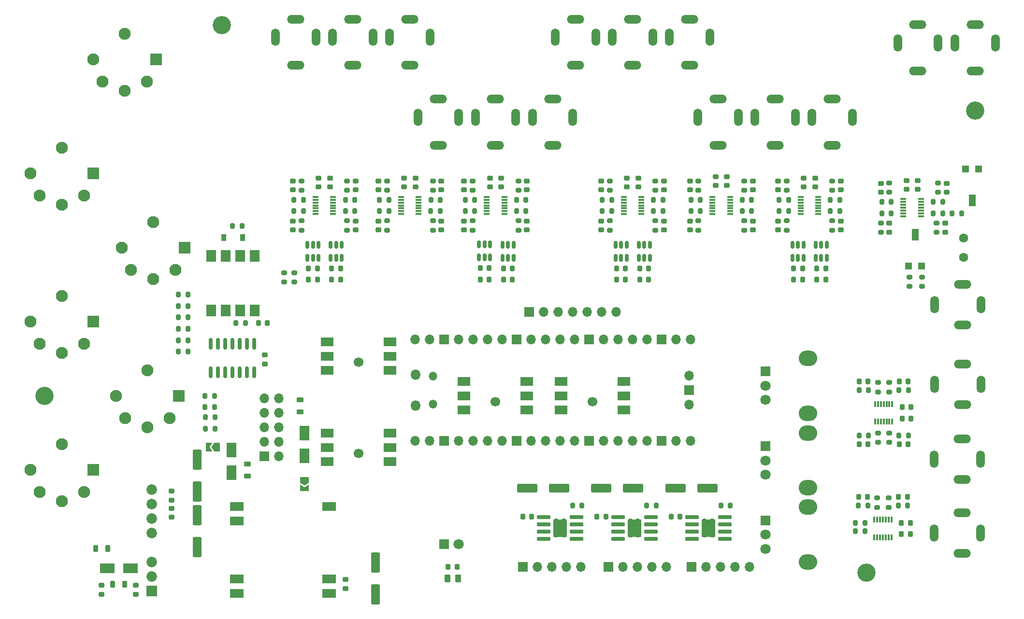
<source format=gbr>
%TF.GenerationSoftware,KiCad,Pcbnew,(7.0.0)*%
%TF.CreationDate,2023-04-14T17:54:00+02:00*%
%TF.ProjectId,multi-tool-midi-board,6d756c74-692d-4746-9f6f-6c2d6d696469,rev?*%
%TF.SameCoordinates,Original*%
%TF.FileFunction,Soldermask,Top*%
%TF.FilePolarity,Negative*%
%FSLAX46Y46*%
G04 Gerber Fmt 4.6, Leading zero omitted, Abs format (unit mm)*
G04 Created by KiCad (PCBNEW (7.0.0)) date 2023-04-14 17:54:00*
%MOMM*%
%LPD*%
G01*
G04 APERTURE LIST*
G04 Aperture macros list*
%AMRoundRect*
0 Rectangle with rounded corners*
0 $1 Rounding radius*
0 $2 $3 $4 $5 $6 $7 $8 $9 X,Y pos of 4 corners*
0 Add a 4 corners polygon primitive as box body*
4,1,4,$2,$3,$4,$5,$6,$7,$8,$9,$2,$3,0*
0 Add four circle primitives for the rounded corners*
1,1,$1+$1,$2,$3*
1,1,$1+$1,$4,$5*
1,1,$1+$1,$6,$7*
1,1,$1+$1,$8,$9*
0 Add four rect primitives between the rounded corners*
20,1,$1+$1,$2,$3,$4,$5,0*
20,1,$1+$1,$4,$5,$6,$7,0*
20,1,$1+$1,$6,$7,$8,$9,0*
20,1,$1+$1,$8,$9,$2,$3,0*%
%AMFreePoly0*
4,1,6,1.000000,0.000000,0.500000,-0.750000,-0.500000,-0.750000,-0.500000,0.750000,0.500000,0.750000,1.000000,0.000000,1.000000,0.000000,$1*%
%AMFreePoly1*
4,1,6,0.500000,-0.750000,-0.650000,-0.750000,-0.150000,0.000000,-0.650000,0.750000,0.500000,0.750000,0.500000,-0.750000,0.500000,-0.750000,$1*%
G04 Aperture macros list end*
%ADD10R,1.075000X0.300000*%
%ADD11RoundRect,0.250000X-1.500000X-0.550000X1.500000X-0.550000X1.500000X0.550000X-1.500000X0.550000X0*%
%ADD12RoundRect,0.225000X-0.225000X-0.250000X0.225000X-0.250000X0.225000X0.250000X-0.225000X0.250000X0*%
%ADD13RoundRect,0.200000X0.200000X0.275000X-0.200000X0.275000X-0.200000X-0.275000X0.200000X-0.275000X0*%
%ADD14RoundRect,0.200000X-0.200000X-0.275000X0.200000X-0.275000X0.200000X0.275000X-0.200000X0.275000X0*%
%ADD15O,1.508000X3.016000*%
%ADD16O,3.016000X1.508000*%
%ADD17RoundRect,0.200000X-0.275000X0.200000X-0.275000X-0.200000X0.275000X-0.200000X0.275000X0.200000X0*%
%ADD18RoundRect,0.200000X0.275000X-0.200000X0.275000X0.200000X-0.275000X0.200000X-0.275000X-0.200000X0*%
%ADD19R,1.700000X1.700000*%
%ADD20O,1.700000X1.700000*%
%ADD21RoundRect,0.225000X0.225000X0.250000X-0.225000X0.250000X-0.225000X-0.250000X0.225000X-0.250000X0*%
%ADD22R,1.800000X2.500000*%
%ADD23C,3.200000*%
%ADD24FreePoly0,180.000000*%
%ADD25FreePoly1,180.000000*%
%ADD26RoundRect,0.225000X0.250000X-0.225000X0.250000X0.225000X-0.250000X0.225000X-0.250000X-0.225000X0*%
%ADD27RoundRect,0.150000X0.150000X-0.512500X0.150000X0.512500X-0.150000X0.512500X-0.150000X-0.512500X0*%
%ADD28RoundRect,0.218750X-0.218750X-0.381250X0.218750X-0.381250X0.218750X0.381250X-0.218750X0.381250X0*%
%ADD29R,0.300000X1.075000*%
%ADD30RoundRect,0.218750X-0.381250X0.218750X-0.381250X-0.218750X0.381250X-0.218750X0.381250X0.218750X0*%
%ADD31R,2.100000X2.100000*%
%ADD32C,2.100000*%
%ADD33R,2.500000X1.800000*%
%ADD34RoundRect,0.225000X-0.250000X0.225000X-0.250000X-0.225000X0.250000X-0.225000X0.250000X0.225000X0*%
%ADD35RoundRect,0.250000X-0.262500X-0.450000X0.262500X-0.450000X0.262500X0.450000X-0.262500X0.450000X0*%
%ADD36R,2.450000X1.600000*%
%ADD37O,3.240000X2.720000*%
%ADD38R,1.800000X1.800000*%
%ADD39C,1.800000*%
%ADD40FreePoly0,270.000000*%
%ADD41FreePoly1,270.000000*%
%ADD42R,1.780000X2.000000*%
%ADD43C,1.600000*%
%ADD44R,2.400000X3.100000*%
%ADD45RoundRect,0.070000X1.100000X0.250000X-1.100000X0.250000X-1.100000X-0.250000X1.100000X-0.250000X0*%
%ADD46C,0.770000*%
%ADD47C,1.700000*%
%ADD48R,2.300000X1.600000*%
%ADD49RoundRect,0.218750X-0.218750X-0.256250X0.218750X-0.256250X0.218750X0.256250X-0.218750X0.256250X0*%
%ADD50RoundRect,0.150000X-0.150000X0.825000X-0.150000X-0.825000X0.150000X-0.825000X0.150000X0.825000X0*%
%ADD51RoundRect,0.250000X0.550000X-1.500000X0.550000X1.500000X-0.550000X1.500000X-0.550000X-1.500000X0*%
%ADD52R,1.300000X1.300000*%
%ADD53R,1.300000X2.000000*%
%ADD54RoundRect,0.250000X-0.550000X1.500000X-0.550000X-1.500000X0.550000X-1.500000X0.550000X1.500000X0*%
%ADD55R,0.900000X1.200000*%
%ADD56R,1.850000X1.850000*%
%ADD57C,1.850000*%
%ADD58O,1.800000X1.800000*%
%ADD59O,1.500000X1.500000*%
G04 APERTURE END LIST*
D10*
%TO.C,U17*%
X93461999Y-59124999D03*
X93461999Y-59624999D03*
X93461999Y-60124999D03*
X93461999Y-60624999D03*
X93461999Y-61124999D03*
X93461999Y-61624999D03*
X93461999Y-62124999D03*
X96537999Y-62124999D03*
X96537999Y-61624999D03*
X96537999Y-61124999D03*
X96537999Y-60624999D03*
X96537999Y-60124999D03*
X96537999Y-59624999D03*
X96537999Y-59124999D03*
%TD*%
D11*
%TO.C,C46*%
X128510000Y-110200000D03*
X134110000Y-110200000D03*
%TD*%
D12*
%TO.C,C59*%
X181225000Y-96000000D03*
X182775000Y-96000000D03*
%TD*%
D13*
%TO.C,R66*%
X182200000Y-113250000D03*
X180550000Y-113250000D03*
%TD*%
D14*
%TO.C,R14*%
X83675000Y-59625000D03*
X85325000Y-59625000D03*
%TD*%
D15*
%TO.C,J11*%
X172549999Y-45149999D03*
D16*
X168999999Y-41949999D03*
D15*
X165449999Y-45149999D03*
D16*
X168999999Y-50049999D03*
%TD*%
D17*
%TO.C,R24*%
X106000000Y-56300000D03*
X106000000Y-57950000D03*
%TD*%
D18*
%TO.C,R11*%
X138000000Y-64950000D03*
X138000000Y-63300000D03*
%TD*%
D19*
%TO.C,J1*%
X115919999Y-79249999D03*
D20*
X118459999Y-79249999D03*
X120999999Y-79249999D03*
X123539999Y-79249999D03*
X126079999Y-79249999D03*
X128619999Y-79249999D03*
X131159999Y-79249999D03*
%TD*%
D21*
%TO.C,C1*%
X78785000Y-71625000D03*
X77235000Y-71625000D03*
%TD*%
D18*
%TO.C,R59*%
X177000000Y-93325000D03*
X177000000Y-91675000D03*
%TD*%
D22*
%TO.C,D4*%
X63749999Y-107499999D03*
X63749999Y-103499999D03*
%TD*%
D23*
%TO.C,REF\u002A\u002A*%
X62000000Y-29000000D03*
%TD*%
D10*
%TO.C,U12*%
X108461999Y-59124999D03*
X108461999Y-59624999D03*
X108461999Y-60124999D03*
X108461999Y-60624999D03*
X108461999Y-61124999D03*
X108461999Y-61624999D03*
X108461999Y-62124999D03*
X111537999Y-62124999D03*
X111537999Y-61624999D03*
X111537999Y-61124999D03*
X111537999Y-60624999D03*
X111537999Y-60124999D03*
X111537999Y-59624999D03*
X111537999Y-59124999D03*
%TD*%
D21*
%TO.C,C68*%
X175150000Y-111750000D03*
X173600000Y-111750000D03*
%TD*%
%TO.C,C8*%
X136839464Y-73625000D03*
X135289464Y-73625000D03*
%TD*%
D24*
%TO.C,JP2*%
X61225000Y-103000000D03*
D25*
X59775000Y-103000000D03*
%TD*%
D26*
%TO.C,C71*%
X181990000Y-57775000D03*
X181990000Y-56225000D03*
%TD*%
D27*
%TO.C,U3*%
X81124464Y-69762500D03*
X82074464Y-69762500D03*
X83024464Y-69762500D03*
X83024464Y-67487500D03*
X82074464Y-67487500D03*
X81124464Y-67487500D03*
%TD*%
D21*
%TO.C,C5*%
X78785000Y-73625000D03*
X77235000Y-73625000D03*
%TD*%
%TO.C,C60*%
X182775000Y-98000000D03*
X181225000Y-98000000D03*
%TD*%
D17*
%TO.C,R49*%
X145550000Y-56300000D03*
X145550000Y-57950000D03*
%TD*%
D19*
%TO.C,J18*%
X129779999Y-123999999D03*
D20*
X132319999Y-123999999D03*
X134859999Y-123999999D03*
X137399999Y-123999999D03*
X139939999Y-123999999D03*
%TD*%
D21*
%TO.C,C62*%
X175275000Y-102500000D03*
X173725000Y-102500000D03*
%TD*%
D26*
%TO.C,C79*%
X53250000Y-115275000D03*
X53250000Y-113725000D03*
%TD*%
D27*
%TO.C,U7*%
X111239464Y-69762500D03*
X112189464Y-69762500D03*
X113139464Y-69762500D03*
X113139464Y-67487500D03*
X112189464Y-67487500D03*
X111239464Y-67487500D03*
%TD*%
D21*
%TO.C,C66*%
X182650000Y-118250000D03*
X181100000Y-118250000D03*
%TD*%
D11*
%TO.C,C44*%
X141510000Y-110200000D03*
X147110000Y-110200000D03*
%TD*%
D13*
%TO.C,R28*%
X106325000Y-61625000D03*
X104675000Y-61625000D03*
%TD*%
D21*
%TO.C,C2*%
X82849464Y-71625000D03*
X81299464Y-71625000D03*
%TD*%
D28*
%TO.C,FB1*%
X39937500Y-120750000D03*
X42062500Y-120750000D03*
%TD*%
D18*
%TO.C,R90*%
X177500000Y-65325000D03*
X177500000Y-63675000D03*
%TD*%
D17*
%TO.C,R41*%
X91000000Y-56300000D03*
X91000000Y-57950000D03*
%TD*%
D13*
%TO.C,R65*%
X174700000Y-116250000D03*
X173050000Y-116250000D03*
%TD*%
D12*
%TO.C,C64*%
X180725000Y-102500000D03*
X182275000Y-102500000D03*
%TD*%
D23*
%TO.C,REF\u002A\u002A*%
X31000000Y-94000000D03*
%TD*%
D21*
%TO.C,C43*%
X129310000Y-115200000D03*
X127760000Y-115200000D03*
%TD*%
D26*
%TO.C,C19*%
X133000000Y-57400000D03*
X133000000Y-55850000D03*
%TD*%
D21*
%TO.C,C13*%
X108850000Y-73587500D03*
X107300000Y-73587500D03*
%TD*%
D29*
%TO.C,U20*%
X179374999Y-115711999D03*
X178874999Y-115711999D03*
X178374999Y-115711999D03*
X177874999Y-115711999D03*
X177374999Y-115711999D03*
X176874999Y-115711999D03*
X176374999Y-115711999D03*
X176374999Y-118787999D03*
X176874999Y-118787999D03*
X177374999Y-118787999D03*
X177874999Y-118787999D03*
X178374999Y-118787999D03*
X178874999Y-118787999D03*
X179374999Y-118787999D03*
%TD*%
D13*
%TO.C,R64*%
X174700000Y-117750000D03*
X173050000Y-117750000D03*
%TD*%
D26*
%TO.C,C58*%
X155050000Y-57900000D03*
X155050000Y-56350000D03*
%TD*%
D14*
%TO.C,R44*%
X98675000Y-59625000D03*
X100325000Y-59625000D03*
%TD*%
D30*
%TO.C,FB2*%
X75750000Y-94687500D03*
X75750000Y-96812500D03*
%TD*%
D31*
%TO.C,J27*%
X54499999Y-93999999D03*
D32*
X49000000Y-99500000D03*
X43500000Y-94000000D03*
X52890000Y-97890000D03*
X45110000Y-97890000D03*
X49000000Y-89500000D03*
%TD*%
D13*
%TO.C,R22*%
X161325000Y-59625000D03*
X159675000Y-59625000D03*
%TD*%
D14*
%TO.C,R61*%
X173675000Y-93000000D03*
X175325000Y-93000000D03*
%TD*%
D18*
%TO.C,R63*%
X178875000Y-113575000D03*
X178875000Y-111925000D03*
%TD*%
D15*
%TO.C,J12*%
X162549999Y-45149999D03*
D16*
X158999999Y-41949999D03*
D15*
X155449999Y-45149999D03*
D16*
X158999999Y-50049999D03*
%TD*%
D26*
%TO.C,C29*%
X109000000Y-57400000D03*
X109000000Y-55850000D03*
%TD*%
D16*
%TO.C,J15*%
X191749999Y-108649999D03*
D15*
X194949999Y-105099999D03*
D16*
X191749999Y-101549999D03*
D15*
X186849999Y-105099999D03*
%TD*%
D33*
%TO.C,D2*%
X41999999Y-124249999D03*
X45999999Y-124249999D03*
%TD*%
D12*
%TO.C,C61*%
X180725000Y-91500000D03*
X182275000Y-91500000D03*
%TD*%
D10*
%TO.C,U18*%
X148011999Y-59124999D03*
X148011999Y-59624999D03*
X148011999Y-60124999D03*
X148011999Y-60624999D03*
X148011999Y-61124999D03*
X148011999Y-61624999D03*
X148011999Y-62124999D03*
X151087999Y-62124999D03*
X151087999Y-61624999D03*
X151087999Y-61124999D03*
X151087999Y-60624999D03*
X151087999Y-60124999D03*
X151087999Y-59624999D03*
X151087999Y-59124999D03*
%TD*%
D34*
%TO.C,C72*%
X183990000Y-56225000D03*
X183990000Y-57775000D03*
%TD*%
D17*
%TO.C,R91*%
X187500000Y-56675000D03*
X187500000Y-58325000D03*
%TD*%
D22*
%TO.C,D3*%
X76499999Y-104499999D03*
X76499999Y-100499999D03*
%TD*%
D15*
%TO.C,J5*%
X123549999Y-45149999D03*
D16*
X119999999Y-41949999D03*
D15*
X116449999Y-45149999D03*
D16*
X119999999Y-50049999D03*
%TD*%
D17*
%TO.C,R9*%
X130000000Y-56300000D03*
X130000000Y-57950000D03*
%TD*%
D18*
%TO.C,R86*%
X184720000Y-74825000D03*
X184720000Y-73175000D03*
%TD*%
D16*
%TO.C,J16*%
X191749999Y-121649999D03*
D15*
X194949999Y-118099999D03*
D16*
X191749999Y-114549999D03*
D15*
X186849999Y-118099999D03*
%TD*%
D16*
%TO.C,J22*%
X191849999Y-81549999D03*
D15*
X195049999Y-77999999D03*
D16*
X191849999Y-74449999D03*
D15*
X186949999Y-77999999D03*
%TD*%
D34*
%TO.C,C54*%
X150550000Y-55575000D03*
X150550000Y-57125000D03*
%TD*%
D10*
%TO.C,U11*%
X132461999Y-59124999D03*
X132461999Y-59624999D03*
X132461999Y-60124999D03*
X132461999Y-60624999D03*
X132461999Y-61124999D03*
X132461999Y-61624999D03*
X132461999Y-62124999D03*
X135537999Y-62124999D03*
X135537999Y-61624999D03*
X135537999Y-61124999D03*
X135537999Y-60624999D03*
X135537999Y-60124999D03*
X135537999Y-59624999D03*
X135537999Y-59124999D03*
%TD*%
D34*
%TO.C,C26*%
X128500000Y-63350000D03*
X128500000Y-64900000D03*
%TD*%
D17*
%TO.C,R26*%
X161000000Y-56300000D03*
X161000000Y-57950000D03*
%TD*%
D26*
%TO.C,C52*%
X100500000Y-57900000D03*
X100500000Y-56350000D03*
%TD*%
D35*
%TO.C,R92*%
X101587500Y-126000000D03*
X103412500Y-126000000D03*
%TD*%
D21*
%TO.C,C6*%
X82849464Y-73625000D03*
X81299464Y-73625000D03*
%TD*%
D14*
%TO.C,R52*%
X153225000Y-59625000D03*
X154875000Y-59625000D03*
%TD*%
D36*
%TO.C,U24*%
X64674999Y-113379999D03*
X64674999Y-115919999D03*
X64674999Y-126079999D03*
X64674999Y-128619999D03*
X80824999Y-128619999D03*
X80824999Y-126079999D03*
X80824999Y-113379999D03*
%TD*%
D12*
%TO.C,C67*%
X180600000Y-111750000D03*
X182150000Y-111750000D03*
%TD*%
D16*
%TO.C,J14*%
X191849999Y-95549999D03*
D15*
X195049999Y-91999999D03*
D16*
X191849999Y-88449999D03*
D15*
X186949999Y-91999999D03*
%TD*%
D21*
%TO.C,C16*%
X167839464Y-73625000D03*
X166289464Y-73625000D03*
%TD*%
D37*
%TO.C,RV5*%
X164774999Y-113532499D03*
X164774999Y-123132499D03*
D38*
X157274999Y-115832499D03*
D39*
X157275000Y-118332500D03*
X157275000Y-120832500D03*
%TD*%
D21*
%TO.C,C10*%
X112964464Y-71625000D03*
X111414464Y-71625000D03*
%TD*%
D26*
%TO.C,C69*%
X69615000Y-88410000D03*
X69615000Y-86860000D03*
%TD*%
D31*
%TO.C,J23*%
X50499999Y-34999999D03*
D32*
X45000000Y-40500000D03*
X39500000Y-35000000D03*
X48890000Y-38890000D03*
X41110000Y-38890000D03*
X45000000Y-30500000D03*
%TD*%
D34*
%TO.C,C51*%
X89500000Y-63350000D03*
X89500000Y-64900000D03*
%TD*%
D40*
%TO.C,JP1*%
X76500000Y-108775000D03*
D41*
X76500000Y-110225000D03*
%TD*%
D13*
%TO.C,R51*%
X145875000Y-61625000D03*
X144225000Y-61625000D03*
%TD*%
D15*
%TO.C,J10*%
X127549999Y-31149999D03*
D16*
X123999999Y-27949999D03*
D15*
X120449999Y-31149999D03*
D16*
X123999999Y-36049999D03*
%TD*%
D15*
%TO.C,J13*%
X152549999Y-45149999D03*
D16*
X148999999Y-41949999D03*
D15*
X145449999Y-45149999D03*
D16*
X148999999Y-50049999D03*
%TD*%
D18*
%TO.C,R27*%
X169000000Y-64950000D03*
X169000000Y-63300000D03*
%TD*%
%TO.C,R85*%
X187250000Y-65325000D03*
X187250000Y-63675000D03*
%TD*%
%TO.C,R42*%
X99000000Y-64950000D03*
X99000000Y-63300000D03*
%TD*%
D13*
%TO.C,R80*%
X60825000Y-99750000D03*
X59175000Y-99750000D03*
%TD*%
D34*
%TO.C,C32*%
X166000000Y-55850000D03*
X166000000Y-57400000D03*
%TD*%
D18*
%TO.C,R10*%
X84000000Y-64950000D03*
X84000000Y-63300000D03*
%TD*%
D42*
%TO.C,U22*%
X67809999Y-69484999D03*
X65269999Y-69484999D03*
X62729999Y-69484999D03*
X60189999Y-69484999D03*
X60189999Y-79014999D03*
X62729999Y-79014999D03*
X65269999Y-79014999D03*
X67809999Y-79014999D03*
%TD*%
D15*
%TO.C,J3*%
X88539999Y-31149999D03*
D16*
X84989999Y-27949999D03*
D15*
X81439999Y-31149999D03*
D16*
X84989999Y-36049999D03*
%TD*%
D34*
%TO.C,C74*%
X188750000Y-63725000D03*
X188750000Y-65275000D03*
%TD*%
D26*
%TO.C,C55*%
X144050000Y-57900000D03*
X144050000Y-56350000D03*
%TD*%
%TO.C,C40*%
X170490000Y-57900000D03*
X170490000Y-56350000D03*
%TD*%
D38*
%TO.C,D5*%
X100999999Y-119999999D03*
D39*
X103540000Y-120000000D03*
%TD*%
D26*
%TO.C,C21*%
X74500000Y-57900000D03*
X74500000Y-56350000D03*
%TD*%
D13*
%TO.C,R69*%
X65575000Y-64250000D03*
X63925000Y-64250000D03*
%TD*%
D15*
%TO.C,J8*%
X147549999Y-31149999D03*
D16*
X143999999Y-27949999D03*
D15*
X140449999Y-31149999D03*
D16*
X143999999Y-36049999D03*
%TD*%
D18*
%TO.C,R55*%
X179000000Y-93325000D03*
X179000000Y-91675000D03*
%TD*%
D26*
%TO.C,C49*%
X89500000Y-57900000D03*
X89500000Y-56350000D03*
%TD*%
D10*
%TO.C,U13*%
X163461999Y-59124999D03*
X163461999Y-59624999D03*
X163461999Y-60124999D03*
X163461999Y-60624999D03*
X163461999Y-61124999D03*
X163461999Y-61624999D03*
X163461999Y-62124999D03*
X166537999Y-62124999D03*
X166537999Y-61624999D03*
X166537999Y-61124999D03*
X166537999Y-60624999D03*
X166537999Y-60124999D03*
X166537999Y-59624999D03*
X166537999Y-59124999D03*
%TD*%
D17*
%TO.C,R19*%
X137977500Y-56300000D03*
X137977500Y-57950000D03*
%TD*%
D15*
%TO.C,J20*%
X197549999Y-32149999D03*
D16*
X193999999Y-28949999D03*
D15*
X190449999Y-32149999D03*
D16*
X193999999Y-37049999D03*
%TD*%
D34*
%TO.C,C48*%
X95950000Y-55850000D03*
X95950000Y-57400000D03*
%TD*%
D14*
%TO.C,R89*%
X186675000Y-60000000D03*
X188325000Y-60000000D03*
%TD*%
D15*
%TO.C,J21*%
X187549999Y-32149999D03*
D16*
X183999999Y-28949999D03*
D15*
X180449999Y-32149999D03*
D16*
X183999999Y-37049999D03*
%TD*%
D26*
%TO.C,C31*%
X164000000Y-57400000D03*
X164000000Y-55850000D03*
%TD*%
D27*
%TO.C,U5*%
X135114464Y-69762500D03*
X136064464Y-69762500D03*
X137014464Y-69762500D03*
X137014464Y-67487500D03*
X136064464Y-67487500D03*
X135114464Y-67487500D03*
%TD*%
D26*
%TO.C,C35*%
X159500000Y-57900000D03*
X159500000Y-56350000D03*
%TD*%
D18*
%TO.C,R50*%
X153550000Y-64950000D03*
X153550000Y-63300000D03*
%TD*%
D26*
%TO.C,C33*%
X104500000Y-57900000D03*
X104500000Y-56350000D03*
%TD*%
D14*
%TO.C,R74*%
X59175000Y-97750000D03*
X60825000Y-97750000D03*
%TD*%
D15*
%TO.C,J7*%
X103549999Y-45149999D03*
D16*
X99999999Y-41949999D03*
D15*
X96449999Y-45149999D03*
D16*
X99999999Y-50049999D03*
%TD*%
D13*
%TO.C,R62*%
X182325000Y-101000000D03*
X180675000Y-101000000D03*
%TD*%
D18*
%TO.C,R16*%
X76000000Y-64950000D03*
X76000000Y-63300000D03*
%TD*%
D34*
%TO.C,C56*%
X155050000Y-63350000D03*
X155050000Y-64900000D03*
%TD*%
D43*
%TO.C,R1*%
X192000000Y-69700000D03*
X192000000Y-66300000D03*
%TD*%
D21*
%TO.C,C12*%
X167839464Y-71625000D03*
X166289464Y-71625000D03*
%TD*%
D13*
%TO.C,R38*%
X151135000Y-113200000D03*
X149485000Y-113200000D03*
%TD*%
%TO.C,R47*%
X145875000Y-59625000D03*
X144225000Y-59625000D03*
%TD*%
D44*
%TO.C,U14*%
X121309999Y-117199999D03*
D45*
X124185000Y-119105000D03*
X124185000Y-117835000D03*
X124185000Y-116565000D03*
X124185000Y-115295000D03*
X118435000Y-115295000D03*
X118435000Y-116565000D03*
X118435000Y-117835000D03*
X118435000Y-119105000D03*
D46*
X121960000Y-115900000D03*
X121960000Y-118500000D03*
X121960000Y-117200000D03*
X120660000Y-117200000D03*
X120660000Y-118500000D03*
X120660000Y-115900000D03*
%TD*%
D21*
%TO.C,C7*%
X132775000Y-73625000D03*
X131225000Y-73625000D03*
%TD*%
D17*
%TO.C,R46*%
X99000000Y-56300000D03*
X99000000Y-57950000D03*
%TD*%
%TO.C,R60*%
X179000000Y-100500000D03*
X179000000Y-102150000D03*
%TD*%
D27*
%TO.C,U6*%
X107125000Y-69725000D03*
X108075000Y-69725000D03*
X109025000Y-69725000D03*
X109025000Y-67450000D03*
X108075000Y-67450000D03*
X107125000Y-67450000D03*
%TD*%
%TO.C,U2*%
X77060000Y-69762500D03*
X78010000Y-69762500D03*
X78960000Y-69762500D03*
X78960000Y-67487500D03*
X78010000Y-67487500D03*
X77060000Y-67487500D03*
%TD*%
D31*
%TO.C,J24*%
X55499999Y-67999999D03*
D32*
X50000000Y-73500000D03*
X44500000Y-68000000D03*
X53890000Y-71890000D03*
X46110000Y-71890000D03*
X50000000Y-63500000D03*
%TD*%
D13*
%TO.C,R78*%
X56075000Y-86250000D03*
X54425000Y-86250000D03*
%TD*%
%TO.C,R79*%
X60750000Y-96000000D03*
X59100000Y-96000000D03*
%TD*%
D14*
%TO.C,R6*%
X83675000Y-61625000D03*
X85325000Y-61625000D03*
%TD*%
%TO.C,R7*%
X137675000Y-61625000D03*
X139325000Y-61625000D03*
%TD*%
D21*
%TO.C,C15*%
X163775000Y-73625000D03*
X162225000Y-73625000D03*
%TD*%
D27*
%TO.C,U4*%
X131050000Y-69762500D03*
X132000000Y-69762500D03*
X132950000Y-69762500D03*
X132950000Y-67487500D03*
X132000000Y-67487500D03*
X131050000Y-67487500D03*
%TD*%
D14*
%TO.C,R40*%
X98625000Y-61625000D03*
X100275000Y-61625000D03*
%TD*%
D47*
%TO.C,S1*%
X86000000Y-88056425D03*
D48*
X80499999Y-84556424D03*
X80499999Y-87056424D03*
X80499999Y-89556424D03*
X91499999Y-89556424D03*
X91499999Y-87056424D03*
X91499999Y-84556424D03*
%TD*%
D21*
%TO.C,C11*%
X163775000Y-71625000D03*
X162225000Y-71625000D03*
%TD*%
D19*
%TO.C,J19*%
X144319999Y-123999999D03*
D20*
X146859999Y-123999999D03*
X149399999Y-123999999D03*
X151939999Y-123999999D03*
X154479999Y-123999999D03*
%TD*%
D15*
%TO.C,J4*%
X78549999Y-31149999D03*
D16*
X74999999Y-27949999D03*
D15*
X71449999Y-31149999D03*
D16*
X74999999Y-36049999D03*
%TD*%
D14*
%TO.C,R29*%
X113675000Y-59625000D03*
X115325000Y-59625000D03*
%TD*%
D17*
%TO.C,R33*%
X113990000Y-56300000D03*
X113990000Y-57950000D03*
%TD*%
D34*
%TO.C,C20*%
X135000000Y-55850000D03*
X135000000Y-57400000D03*
%TD*%
D14*
%TO.C,R72*%
X54425000Y-84250000D03*
X56075000Y-84250000D03*
%TD*%
D13*
%TO.C,R57*%
X182325000Y-93000000D03*
X180675000Y-93000000D03*
%TD*%
D44*
%TO.C,U15*%
X134309999Y-117199999D03*
D45*
X137185000Y-119105000D03*
X137185000Y-117835000D03*
X137185000Y-116565000D03*
X137185000Y-115295000D03*
X131435000Y-115295000D03*
X131435000Y-116565000D03*
X131435000Y-117835000D03*
X131435000Y-119105000D03*
D46*
X134960000Y-117200000D03*
X133660000Y-117200000D03*
X133660000Y-118500000D03*
X133660000Y-115900000D03*
X134960000Y-115900000D03*
X134960000Y-118500000D03*
%TD*%
D34*
%TO.C,C36*%
X170500000Y-63350000D03*
X170500000Y-64900000D03*
%TD*%
D21*
%TO.C,C63*%
X175275000Y-91500000D03*
X173725000Y-91500000D03*
%TD*%
D49*
%TO.C,D6*%
X101675000Y-124000000D03*
X103250000Y-124000000D03*
%TD*%
D26*
%TO.C,C47*%
X93950000Y-57400000D03*
X93950000Y-55850000D03*
%TD*%
D47*
%TO.C,S3*%
X110000000Y-95000000D03*
D48*
X104499999Y-91499999D03*
X104499999Y-93999999D03*
X104499999Y-96499999D03*
X115499999Y-96499999D03*
X115499999Y-93999999D03*
X115499999Y-91499999D03*
%TD*%
D17*
%TO.C,R8*%
X76000000Y-56300000D03*
X76000000Y-57950000D03*
%TD*%
D21*
%TO.C,C45*%
X142310000Y-115200000D03*
X140760000Y-115200000D03*
%TD*%
D11*
%TO.C,C42*%
X115510000Y-110200000D03*
X121110000Y-110200000D03*
%TD*%
D26*
%TO.C,C22*%
X128500000Y-57900000D03*
X128500000Y-56350000D03*
%TD*%
D13*
%TO.C,R37*%
X138135000Y-113200000D03*
X136485000Y-113200000D03*
%TD*%
%TO.C,R43*%
X91325000Y-61625000D03*
X89675000Y-61625000D03*
%TD*%
D34*
%TO.C,C18*%
X81000000Y-55850000D03*
X81000000Y-57400000D03*
%TD*%
D26*
%TO.C,C76*%
X189000000Y-58275000D03*
X189000000Y-56725000D03*
%TD*%
D30*
%TO.C,FB3*%
X66500000Y-105937500D03*
X66500000Y-108062500D03*
%TD*%
D14*
%TO.C,R58*%
X173675000Y-101000000D03*
X175325000Y-101000000D03*
%TD*%
D13*
%TO.C,R76*%
X56075000Y-78250000D03*
X54425000Y-78250000D03*
%TD*%
D14*
%TO.C,R75*%
X64532500Y-81250000D03*
X66182500Y-81250000D03*
%TD*%
D34*
%TO.C,C23*%
X85500000Y-63350000D03*
X85500000Y-64900000D03*
%TD*%
D10*
%TO.C,U23*%
X181461999Y-59499999D03*
X181461999Y-59999999D03*
X181461999Y-60499999D03*
X181461999Y-60999999D03*
X181461999Y-61499999D03*
X181461999Y-61999999D03*
X181461999Y-62499999D03*
X184537999Y-62499999D03*
X184537999Y-61999999D03*
X184537999Y-61499999D03*
X184537999Y-60999999D03*
X184537999Y-60499999D03*
X184537999Y-59999999D03*
X184537999Y-59499999D03*
%TD*%
D13*
%TO.C,R12*%
X76325000Y-61625000D03*
X74675000Y-61625000D03*
%TD*%
D18*
%TO.C,R17*%
X130000000Y-64950000D03*
X130000000Y-63300000D03*
%TD*%
D14*
%TO.C,R73*%
X59100000Y-94000000D03*
X60750000Y-94000000D03*
%TD*%
D34*
%TO.C,C77*%
X41000000Y-127225000D03*
X41000000Y-128775000D03*
%TD*%
D26*
%TO.C,C38*%
X115490000Y-57900000D03*
X115490000Y-56350000D03*
%TD*%
D34*
%TO.C,C57*%
X144050000Y-63350000D03*
X144050000Y-64900000D03*
%TD*%
D14*
%TO.C,R23*%
X168675000Y-61625000D03*
X170325000Y-61625000D03*
%TD*%
D10*
%TO.C,U10*%
X78461999Y-59124999D03*
X78461999Y-59624999D03*
X78461999Y-60124999D03*
X78461999Y-60624999D03*
X78461999Y-61124999D03*
X78461999Y-61624999D03*
X78461999Y-62124999D03*
X81537999Y-62124999D03*
X81537999Y-61624999D03*
X81537999Y-61124999D03*
X81537999Y-60624999D03*
X81537999Y-60124999D03*
X81537999Y-59624999D03*
X81537999Y-59124999D03*
%TD*%
D34*
%TO.C,C78*%
X47000000Y-127225000D03*
X47000000Y-128775000D03*
%TD*%
D14*
%TO.C,R15*%
X137675000Y-59625000D03*
X139325000Y-59625000D03*
%TD*%
%TO.C,R21*%
X113675000Y-61625000D03*
X115325000Y-61625000D03*
%TD*%
D21*
%TO.C,C41*%
X116310000Y-115200000D03*
X114760000Y-115200000D03*
%TD*%
D14*
%TO.C,R71*%
X54425000Y-80250000D03*
X56075000Y-80250000D03*
%TD*%
D27*
%TO.C,U8*%
X162050000Y-69762500D03*
X163000000Y-69762500D03*
X163950000Y-69762500D03*
X163950000Y-67487500D03*
X163000000Y-67487500D03*
X162050000Y-67487500D03*
%TD*%
D34*
%TO.C,C80*%
X53250000Y-110725000D03*
X53250000Y-112275000D03*
%TD*%
%TO.C,C25*%
X74500000Y-63350000D03*
X74500000Y-64900000D03*
%TD*%
D14*
%TO.C,R83*%
X186675000Y-62000000D03*
X188325000Y-62000000D03*
%TD*%
D26*
%TO.C,C73*%
X177500000Y-58275000D03*
X177500000Y-56725000D03*
%TD*%
D12*
%TO.C,C70*%
X68475000Y-81250000D03*
X70025000Y-81250000D03*
%TD*%
D34*
%TO.C,C50*%
X100500000Y-63350000D03*
X100500000Y-64900000D03*
%TD*%
D13*
%TO.C,R77*%
X56075000Y-82250000D03*
X54425000Y-82250000D03*
%TD*%
D17*
%TO.C,R84*%
X179000000Y-56675000D03*
X179000000Y-58325000D03*
%TD*%
D14*
%TO.C,R81*%
X190000000Y-62000000D03*
X191650000Y-62000000D03*
%TD*%
D21*
%TO.C,C14*%
X112964464Y-73625000D03*
X111414464Y-73625000D03*
%TD*%
D34*
%TO.C,C37*%
X104500000Y-63350000D03*
X104500000Y-64900000D03*
%TD*%
D14*
%TO.C,R48*%
X153225000Y-61625000D03*
X154875000Y-61625000D03*
%TD*%
D13*
%TO.C,R82*%
X179325000Y-60000000D03*
X177675000Y-60000000D03*
%TD*%
D17*
%TO.C,R54*%
X153550000Y-56300000D03*
X153550000Y-57950000D03*
%TD*%
D18*
%TO.C,R45*%
X91000000Y-64950000D03*
X91000000Y-63300000D03*
%TD*%
D19*
%TO.C,J17*%
X114784999Y-123999999D03*
D20*
X117324999Y-123999999D03*
X119864999Y-123999999D03*
X122404999Y-123999999D03*
X124944999Y-123999999D03*
%TD*%
D31*
%TO.C,J26*%
X39499999Y-80999999D03*
D32*
X34000000Y-86500000D03*
X28500000Y-81000000D03*
X37890000Y-84890000D03*
X30110000Y-84890000D03*
X34000000Y-76500000D03*
%TD*%
D13*
%TO.C,R5*%
X130325000Y-59625000D03*
X128675000Y-59625000D03*
%TD*%
D47*
%TO.C,S2*%
X86000000Y-104056425D03*
D48*
X80499999Y-100556424D03*
X80499999Y-103056424D03*
X80499999Y-105556424D03*
X91499999Y-105556424D03*
X91499999Y-103056424D03*
X91499999Y-100556424D03*
%TD*%
D17*
%TO.C,R18*%
X83962000Y-56300000D03*
X83962000Y-57950000D03*
%TD*%
D21*
%TO.C,C3*%
X132775000Y-71625000D03*
X131225000Y-71625000D03*
%TD*%
D18*
%TO.C,R87*%
X182500000Y-74825000D03*
X182500000Y-73175000D03*
%TD*%
D23*
%TO.C,REF\u002A\u002A*%
X194000000Y-44000000D03*
%TD*%
D18*
%TO.C,R34*%
X161000000Y-64950000D03*
X161000000Y-63300000D03*
%TD*%
D13*
%TO.C,R88*%
X179325000Y-62000000D03*
X177675000Y-62000000D03*
%TD*%
D12*
%TO.C,C65*%
X181100000Y-116250000D03*
X182650000Y-116250000D03*
%TD*%
D50*
%TO.C,U21*%
X67675000Y-84910000D03*
X66405000Y-84910000D03*
X65135000Y-84910000D03*
X63865000Y-84910000D03*
X62595000Y-84910000D03*
X61325000Y-84910000D03*
X60055000Y-84910000D03*
X60055000Y-89860000D03*
X61325000Y-89860000D03*
X62595000Y-89860000D03*
X63865000Y-89860000D03*
X65135000Y-89860000D03*
X66405000Y-89860000D03*
X67675000Y-89860000D03*
%TD*%
D14*
%TO.C,R70*%
X54425000Y-76250000D03*
X56075000Y-76250000D03*
%TD*%
D15*
%TO.C,J2*%
X98549999Y-31149999D03*
D16*
X94999999Y-27949999D03*
D15*
X91449999Y-31149999D03*
D16*
X94999999Y-36049999D03*
%TD*%
D37*
%TO.C,RV3*%
X164774999Y-97032499D03*
X164774999Y-87432499D03*
D38*
X157274999Y-89732499D03*
D39*
X157275000Y-92232500D03*
X157275000Y-94732500D03*
%TD*%
D31*
%TO.C,J25*%
X39508357Y-54999999D03*
D32*
X34008358Y-60500000D03*
X28508358Y-55000000D03*
X37898358Y-58890000D03*
X30118358Y-58890000D03*
X34008358Y-50500000D03*
%TD*%
D29*
%TO.C,U19*%
X179499999Y-95461999D03*
X178999999Y-95461999D03*
X178499999Y-95461999D03*
X177999999Y-95461999D03*
X177499999Y-95461999D03*
X176999999Y-95461999D03*
X176499999Y-95461999D03*
X176499999Y-98537999D03*
X176999999Y-98537999D03*
X177499999Y-98537999D03*
X177999999Y-98537999D03*
X178499999Y-98537999D03*
X178999999Y-98537999D03*
X179499999Y-98537999D03*
%TD*%
D26*
%TO.C,C53*%
X148550000Y-57125000D03*
X148550000Y-55575000D03*
%TD*%
D18*
%TO.C,R67*%
X176875000Y-113575000D03*
X176875000Y-111925000D03*
%TD*%
D13*
%TO.C,R30*%
X161325000Y-61625000D03*
X159675000Y-61625000D03*
%TD*%
%TO.C,R13*%
X130325000Y-61625000D03*
X128675000Y-61625000D03*
%TD*%
D27*
%TO.C,U9*%
X166114464Y-69762500D03*
X167064464Y-69762500D03*
X168014464Y-69762500D03*
X168014464Y-67487500D03*
X167064464Y-67487500D03*
X166114464Y-67487500D03*
%TD*%
D26*
%TO.C,C17*%
X79000000Y-57400000D03*
X79000000Y-55850000D03*
%TD*%
%TO.C,C83*%
X83750000Y-127775000D03*
X83750000Y-126225000D03*
%TD*%
D51*
%TO.C,C84*%
X89000000Y-128800000D03*
X89000000Y-123200000D03*
%TD*%
D14*
%TO.C,R31*%
X168675000Y-59625000D03*
X170325000Y-59625000D03*
%TD*%
D34*
%TO.C,C75*%
X179000000Y-63725000D03*
X179000000Y-65275000D03*
%TD*%
D18*
%TO.C,R32*%
X106000000Y-64950000D03*
X106000000Y-63300000D03*
%TD*%
D44*
%TO.C,U16*%
X147309999Y-117199999D03*
D45*
X150185000Y-119105000D03*
X150185000Y-117835000D03*
X150185000Y-116565000D03*
X150185000Y-115295000D03*
X144435000Y-115295000D03*
X144435000Y-116565000D03*
X144435000Y-117835000D03*
X144435000Y-119105000D03*
D46*
X146660000Y-115900000D03*
X147960000Y-115900000D03*
X147960000Y-118500000D03*
X146660000Y-117200000D03*
X147960000Y-117200000D03*
X146660000Y-118500000D03*
%TD*%
D15*
%TO.C,J9*%
X137549999Y-31149999D03*
D16*
X133999999Y-27949999D03*
D15*
X130449999Y-31149999D03*
D16*
X133999999Y-36049999D03*
%TD*%
D18*
%TO.C,R25*%
X114000000Y-64950000D03*
X114000000Y-63300000D03*
%TD*%
D17*
%TO.C,R35*%
X168990000Y-56300000D03*
X168990000Y-57950000D03*
%TD*%
D15*
%TO.C,J6*%
X113549999Y-45149999D03*
D16*
X109999999Y-41949999D03*
D15*
X106449999Y-45149999D03*
D16*
X109999999Y-50049999D03*
%TD*%
D52*
%TO.C,RV1*%
X184649999Y-71249999D03*
D53*
X183499999Y-65749999D03*
D52*
X182349999Y-71249999D03*
%TD*%
D26*
%TO.C,C28*%
X139477500Y-57900000D03*
X139477500Y-56350000D03*
%TD*%
D54*
%TO.C,C82*%
X57750000Y-105200000D03*
X57750000Y-110800000D03*
%TD*%
D34*
%TO.C,C34*%
X115500000Y-63350000D03*
X115500000Y-64900000D03*
%TD*%
%TO.C,C39*%
X159500000Y-63350000D03*
X159500000Y-64900000D03*
%TD*%
D17*
%TO.C,R56*%
X177000000Y-100500000D03*
X177000000Y-102150000D03*
%TD*%
D13*
%TO.C,R39*%
X91325000Y-59625000D03*
X89675000Y-59625000D03*
%TD*%
D34*
%TO.C,C30*%
X111000000Y-55850000D03*
X111000000Y-57400000D03*
%TD*%
D55*
%TO.C,D1*%
X65649999Y-66249999D03*
X62349999Y-66249999D03*
%TD*%
D23*
%TO.C,REF\u002A\u002A*%
X175000000Y-125000000D03*
%TD*%
D31*
%TO.C,J28*%
X39499999Y-106999999D03*
D32*
X34000000Y-112500000D03*
X28500000Y-107000000D03*
X37890000Y-110890000D03*
X30110000Y-110890000D03*
X34000000Y-102500000D03*
%TD*%
D34*
%TO.C,C24*%
X139500000Y-63350000D03*
X139500000Y-64900000D03*
%TD*%
D14*
%TO.C,R68*%
X173550000Y-113250000D03*
X175200000Y-113250000D03*
%TD*%
D17*
%TO.C,R2*%
X74750000Y-72425000D03*
X74750000Y-74075000D03*
%TD*%
D51*
%TO.C,C81*%
X57750000Y-120550000D03*
X57750000Y-114950000D03*
%TD*%
D52*
%TO.C,RV2*%
X192349999Y-54249999D03*
D53*
X193499999Y-59749999D03*
D52*
X194649999Y-54249999D03*
%TD*%
D17*
%TO.C,R3*%
X73000000Y-72425000D03*
X73000000Y-74075000D03*
%TD*%
D26*
%TO.C,C27*%
X85462000Y-57900000D03*
X85462000Y-56350000D03*
%TD*%
D18*
%TO.C,R53*%
X145550000Y-64950000D03*
X145550000Y-63300000D03*
%TD*%
D13*
%TO.C,R20*%
X106325000Y-59625000D03*
X104675000Y-59625000D03*
%TD*%
D21*
%TO.C,C4*%
X136839464Y-71625000D03*
X135289464Y-71625000D03*
%TD*%
D47*
%TO.C,S4*%
X127000000Y-95000000D03*
D48*
X121499999Y-91499999D03*
X121499999Y-93999999D03*
X121499999Y-96499999D03*
X132499999Y-96499999D03*
X132499999Y-93999999D03*
X132499999Y-91499999D03*
%TD*%
D37*
%TO.C,RV4*%
X164774999Y-100532499D03*
X164774999Y-110132499D03*
D38*
X157274999Y-102832499D03*
D39*
X157275000Y-105332500D03*
X157275000Y-107832500D03*
%TD*%
D21*
%TO.C,C9*%
X108850000Y-71587500D03*
X107300000Y-71587500D03*
%TD*%
D13*
%TO.C,R4*%
X76325000Y-59625000D03*
X74675000Y-59625000D03*
%TD*%
%TO.C,R36*%
X125135000Y-113200000D03*
X123485000Y-113200000D03*
%TD*%
D28*
%TO.C,L1*%
X42937500Y-127000000D03*
X45062500Y-127000000D03*
%TD*%
D19*
%TO.C,J29*%
X69474999Y-104574999D03*
D20*
X72014999Y-104574999D03*
X69474999Y-102034999D03*
X72014999Y-102034999D03*
X69474999Y-99494999D03*
X72014999Y-99494999D03*
X69474999Y-96954999D03*
X72014999Y-96954999D03*
X69474999Y-94414999D03*
X72014999Y-94414999D03*
%TD*%
D56*
%TO.C,PS1*%
X49749999Y-128249999D03*
D57*
X49750000Y-125710000D03*
X49750000Y-123170000D03*
X49750000Y-118090000D03*
X49750000Y-115550000D03*
X49750000Y-113010000D03*
X49750000Y-110470000D03*
%TD*%
D58*
%TO.C,U1*%
X95999999Y-95724999D03*
D59*
X99029999Y-90574999D03*
X99029999Y-95424999D03*
D58*
X95999999Y-90274999D03*
D20*
X95869999Y-84109999D03*
X98409999Y-84109999D03*
D19*
X100949999Y-84109999D03*
D20*
X103489999Y-84109999D03*
X106029999Y-84109999D03*
X108569999Y-84109999D03*
X111109999Y-84109999D03*
D19*
X113649999Y-84109999D03*
D20*
X116189999Y-84109999D03*
X118729999Y-84109999D03*
X121269999Y-84109999D03*
X123809999Y-84109999D03*
D19*
X126349999Y-84109999D03*
D20*
X128889999Y-84109999D03*
X131429999Y-84109999D03*
X133969999Y-84109999D03*
X136509999Y-84109999D03*
D19*
X139049999Y-84109999D03*
D20*
X141589999Y-84109999D03*
X144129999Y-84109999D03*
X144129999Y-101889999D03*
X141589999Y-101889999D03*
D19*
X139049999Y-101889999D03*
D20*
X136509999Y-101889999D03*
X133969999Y-101889999D03*
X131429999Y-101889999D03*
X128889999Y-101889999D03*
D19*
X126349999Y-101889999D03*
D20*
X123809999Y-101889999D03*
X121269999Y-101889999D03*
X118729999Y-101889999D03*
X116189999Y-101889999D03*
D19*
X113649999Y-101889999D03*
D20*
X111109999Y-101889999D03*
X108569999Y-101889999D03*
X106029999Y-101889999D03*
X103489999Y-101889999D03*
D19*
X100949999Y-101889999D03*
D20*
X98409999Y-101889999D03*
X95869999Y-101889999D03*
X143899999Y-90459999D03*
D19*
X143899999Y-92999999D03*
D20*
X143899999Y-95539999D03*
%TD*%
M02*

</source>
